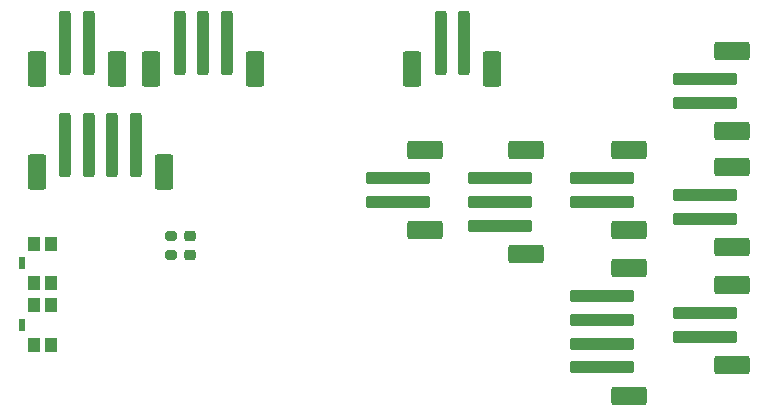
<source format=gbr>
%TF.GenerationSoftware,KiCad,Pcbnew,7.0.5-4d25ed1034~172~ubuntu22.04.1*%
%TF.CreationDate,2023-06-17T20:58:28+02:00*%
%TF.ProjectId,votoco,766f746f-636f-42e6-9b69-6361645f7063,rev?*%
%TF.SameCoordinates,Original*%
%TF.FileFunction,Paste,Top*%
%TF.FilePolarity,Positive*%
%FSLAX46Y46*%
G04 Gerber Fmt 4.6, Leading zero omitted, Abs format (unit mm)*
G04 Created by KiCad (PCBNEW 7.0.5-4d25ed1034~172~ubuntu22.04.1) date 2023-06-17 20:58:28*
%MOMM*%
%LPD*%
G01*
G04 APERTURE LIST*
G04 Aperture macros list*
%AMRoundRect*
0 Rectangle with rounded corners*
0 $1 Rounding radius*
0 $2 $3 $4 $5 $6 $7 $8 $9 X,Y pos of 4 corners*
0 Add a 4 corners polygon primitive as box body*
4,1,4,$2,$3,$4,$5,$6,$7,$8,$9,$2,$3,0*
0 Add four circle primitives for the rounded corners*
1,1,$1+$1,$2,$3*
1,1,$1+$1,$4,$5*
1,1,$1+$1,$6,$7*
1,1,$1+$1,$8,$9*
0 Add four rect primitives between the rounded corners*
20,1,$1+$1,$2,$3,$4,$5,0*
20,1,$1+$1,$4,$5,$6,$7,0*
20,1,$1+$1,$6,$7,$8,$9,0*
20,1,$1+$1,$8,$9,$2,$3,0*%
G04 Aperture macros list end*
%ADD10RoundRect,0.250000X-2.500000X0.250000X-2.500000X-0.250000X2.500000X-0.250000X2.500000X0.250000X0*%
%ADD11RoundRect,0.250000X-1.250000X0.550000X-1.250000X-0.550000X1.250000X-0.550000X1.250000X0.550000X0*%
%ADD12RoundRect,0.200000X-0.275000X0.200000X-0.275000X-0.200000X0.275000X-0.200000X0.275000X0.200000X0*%
%ADD13R,1.050000X1.150000*%
%ADD14R,0.600000X1.100000*%
%ADD15RoundRect,0.250000X0.250000X2.500000X-0.250000X2.500000X-0.250000X-2.500000X0.250000X-2.500000X0*%
%ADD16RoundRect,0.250000X0.550000X1.250000X-0.550000X1.250000X-0.550000X-1.250000X0.550000X-1.250000X0*%
%ADD17RoundRect,0.218750X-0.256250X0.218750X-0.256250X-0.218750X0.256250X-0.218750X0.256250X0.218750X0*%
G04 APERTURE END LIST*
D10*
%TO.C,J1*%
X149800000Y-89000000D03*
X149800000Y-91000000D03*
X149800000Y-93000000D03*
X149800000Y-95000000D03*
D11*
X152050000Y-86600000D03*
X152050000Y-97400000D03*
%TD*%
D12*
%TO.C,R16*%
X113300000Y-83862500D03*
X113300000Y-85512500D03*
%TD*%
D10*
%TO.C,J2*%
X149800000Y-79000000D03*
X149800000Y-81000000D03*
D11*
X152050000Y-76600000D03*
X152050000Y-83400000D03*
%TD*%
D13*
%TO.C,SW1*%
X101675000Y-93075000D03*
X101675000Y-89725000D03*
X103125000Y-93075000D03*
X103125000Y-89725000D03*
D14*
X100650000Y-91400000D03*
%TD*%
D10*
%TO.C,J14*%
X158500000Y-80400000D03*
X158500000Y-82400000D03*
D11*
X160750000Y-78000000D03*
X160750000Y-84800000D03*
%TD*%
D10*
%TO.C,J13*%
X158500000Y-70587500D03*
X158500000Y-72587500D03*
D11*
X160750000Y-68187500D03*
X160750000Y-74987500D03*
%TD*%
D15*
%TO.C,J10*%
X106300000Y-67500000D03*
X104300000Y-67500000D03*
D16*
X108700000Y-69750000D03*
X101900000Y-69750000D03*
%TD*%
D15*
%TO.C,J3*%
X110300000Y-76200000D03*
X108300000Y-76200000D03*
X106300000Y-76200000D03*
X104300000Y-76200000D03*
D16*
X112700000Y-78450000D03*
X101900000Y-78450000D03*
%TD*%
D10*
%TO.C,J8*%
X141100000Y-79000000D03*
X141100000Y-81000000D03*
X141100000Y-83000000D03*
D11*
X143350000Y-76600000D03*
X143350000Y-85400000D03*
%TD*%
D10*
%TO.C,J12*%
X132500000Y-79000000D03*
X132500000Y-81000000D03*
D11*
X134750000Y-76600000D03*
X134750000Y-83400000D03*
%TD*%
D15*
%TO.C,J11*%
X138100000Y-67500000D03*
X136100000Y-67500000D03*
D16*
X140500000Y-69750000D03*
X133700000Y-69750000D03*
%TD*%
D10*
%TO.C,J15*%
X158500000Y-90400000D03*
X158500000Y-92400000D03*
D11*
X160750000Y-88000000D03*
X160750000Y-94800000D03*
%TD*%
D15*
%TO.C,J6*%
X118000000Y-67500000D03*
X116000000Y-67500000D03*
X114000000Y-67500000D03*
D16*
X120400000Y-69750000D03*
X111600000Y-69750000D03*
%TD*%
D17*
%TO.C,D11*%
X114900000Y-83900000D03*
X114900000Y-85475000D03*
%TD*%
D13*
%TO.C,SW2*%
X101675000Y-87875000D03*
X101675000Y-84525000D03*
X103125000Y-87875000D03*
X103125000Y-84525000D03*
D14*
X100650000Y-86200000D03*
%TD*%
M02*

</source>
